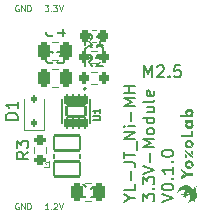
<source format=gbr>
%TF.GenerationSoftware,KiCad,Pcbnew,7.0.8*%
%TF.CreationDate,2024-11-10T19:07:09+09:00*%
%TF.ProjectId,Ni-MH_3.3V-Module,4e692d4d-485f-4332-9e33-562d4d6f6475,rev?*%
%TF.SameCoordinates,Original*%
%TF.FileFunction,Legend,Top*%
%TF.FilePolarity,Positive*%
%FSLAX46Y46*%
G04 Gerber Fmt 4.6, Leading zero omitted, Abs format (unit mm)*
G04 Created by KiCad (PCBNEW 7.0.8) date 2024-11-10 19:07:09*
%MOMM*%
%LPD*%
G01*
G04 APERTURE LIST*
G04 Aperture macros list*
%AMRoundRect*
0 Rectangle with rounded corners*
0 $1 Rounding radius*
0 $2 $3 $4 $5 $6 $7 $8 $9 X,Y pos of 4 corners*
0 Add a 4 corners polygon primitive as box body*
4,1,4,$2,$3,$4,$5,$6,$7,$8,$9,$2,$3,0*
0 Add four circle primitives for the rounded corners*
1,1,$1+$1,$2,$3*
1,1,$1+$1,$4,$5*
1,1,$1+$1,$6,$7*
1,1,$1+$1,$8,$9*
0 Add four rect primitives between the rounded corners*
20,1,$1+$1,$2,$3,$4,$5,0*
20,1,$1+$1,$4,$5,$6,$7,0*
20,1,$1+$1,$6,$7,$8,$9,0*
20,1,$1+$1,$8,$9,$2,$3,0*%
G04 Aperture macros list end*
%ADD10C,0.125000*%
%ADD11C,0.150000*%
%ADD12C,0.098425*%
%ADD13C,0.120000*%
%ADD14C,0.127000*%
%ADD15C,0.200000*%
%ADD16RoundRect,0.200000X-0.200000X-0.275000X0.200000X-0.275000X0.200000X0.275000X-0.200000X0.275000X0*%
%ADD17C,2.700000*%
%ADD18C,1.700000*%
%ADD19RoundRect,0.112500X0.112500X-0.187500X0.112500X0.187500X-0.112500X0.187500X-0.112500X-0.187500X0*%
%ADD20RoundRect,0.250000X0.250000X0.475000X-0.250000X0.475000X-0.250000X-0.475000X0.250000X-0.475000X0*%
%ADD21RoundRect,0.250000X-0.250000X-0.475000X0.250000X-0.475000X0.250000X0.475000X-0.250000X0.475000X0*%
%ADD22RoundRect,0.137000X-0.105000X0.335000X-0.105000X-0.335000X0.105000X-0.335000X0.105000X0.335000X0*%
%ADD23RoundRect,0.102000X-0.800000X0.450000X-0.800000X-0.450000X0.800000X-0.450000X0.800000X0.450000X0*%
%ADD24RoundRect,0.225000X0.225000X0.250000X-0.225000X0.250000X-0.225000X-0.250000X0.225000X-0.250000X0*%
%ADD25RoundRect,0.200000X0.275000X-0.200000X0.275000X0.200000X-0.275000X0.200000X-0.275000X-0.200000X0*%
%ADD26RoundRect,0.102000X1.110000X-0.620000X1.110000X0.620000X-1.110000X0.620000X-1.110000X-0.620000X0*%
G04 APERTURE END LIST*
D10*
X4019188Y-17712309D02*
X3733474Y-17712309D01*
X3876331Y-17712309D02*
X3876331Y-17212309D01*
X3876331Y-17212309D02*
X3828712Y-17283738D01*
X3828712Y-17283738D02*
X3781093Y-17331357D01*
X3781093Y-17331357D02*
X3733474Y-17355166D01*
X4233473Y-17664690D02*
X4257283Y-17688500D01*
X4257283Y-17688500D02*
X4233473Y-17712309D01*
X4233473Y-17712309D02*
X4209664Y-17688500D01*
X4209664Y-17688500D02*
X4233473Y-17664690D01*
X4233473Y-17664690D02*
X4233473Y-17712309D01*
X4447759Y-17259928D02*
X4471568Y-17236119D01*
X4471568Y-17236119D02*
X4519187Y-17212309D01*
X4519187Y-17212309D02*
X4638235Y-17212309D01*
X4638235Y-17212309D02*
X4685854Y-17236119D01*
X4685854Y-17236119D02*
X4709663Y-17259928D01*
X4709663Y-17259928D02*
X4733473Y-17307547D01*
X4733473Y-17307547D02*
X4733473Y-17355166D01*
X4733473Y-17355166D02*
X4709663Y-17426595D01*
X4709663Y-17426595D02*
X4423949Y-17712309D01*
X4423949Y-17712309D02*
X4733473Y-17712309D01*
X4876330Y-17212309D02*
X5042996Y-17712309D01*
X5042996Y-17712309D02*
X5209663Y-17212309D01*
X1479188Y-472119D02*
X1431569Y-448309D01*
X1431569Y-448309D02*
X1360140Y-448309D01*
X1360140Y-448309D02*
X1288712Y-472119D01*
X1288712Y-472119D02*
X1241093Y-519738D01*
X1241093Y-519738D02*
X1217283Y-567357D01*
X1217283Y-567357D02*
X1193474Y-662595D01*
X1193474Y-662595D02*
X1193474Y-734023D01*
X1193474Y-734023D02*
X1217283Y-829261D01*
X1217283Y-829261D02*
X1241093Y-876880D01*
X1241093Y-876880D02*
X1288712Y-924500D01*
X1288712Y-924500D02*
X1360140Y-948309D01*
X1360140Y-948309D02*
X1407759Y-948309D01*
X1407759Y-948309D02*
X1479188Y-924500D01*
X1479188Y-924500D02*
X1502997Y-900690D01*
X1502997Y-900690D02*
X1502997Y-734023D01*
X1502997Y-734023D02*
X1407759Y-734023D01*
X1717283Y-948309D02*
X1717283Y-448309D01*
X1717283Y-448309D02*
X2002997Y-948309D01*
X2002997Y-948309D02*
X2002997Y-448309D01*
X2241093Y-948309D02*
X2241093Y-448309D01*
X2241093Y-448309D02*
X2360141Y-448309D01*
X2360141Y-448309D02*
X2431569Y-472119D01*
X2431569Y-472119D02*
X2479188Y-519738D01*
X2479188Y-519738D02*
X2502998Y-567357D01*
X2502998Y-567357D02*
X2526807Y-662595D01*
X2526807Y-662595D02*
X2526807Y-734023D01*
X2526807Y-734023D02*
X2502998Y-829261D01*
X2502998Y-829261D02*
X2479188Y-876880D01*
X2479188Y-876880D02*
X2431569Y-924500D01*
X2431569Y-924500D02*
X2360141Y-948309D01*
X2360141Y-948309D02*
X2241093Y-948309D01*
X1479188Y-17236119D02*
X1431569Y-17212309D01*
X1431569Y-17212309D02*
X1360140Y-17212309D01*
X1360140Y-17212309D02*
X1288712Y-17236119D01*
X1288712Y-17236119D02*
X1241093Y-17283738D01*
X1241093Y-17283738D02*
X1217283Y-17331357D01*
X1217283Y-17331357D02*
X1193474Y-17426595D01*
X1193474Y-17426595D02*
X1193474Y-17498023D01*
X1193474Y-17498023D02*
X1217283Y-17593261D01*
X1217283Y-17593261D02*
X1241093Y-17640880D01*
X1241093Y-17640880D02*
X1288712Y-17688500D01*
X1288712Y-17688500D02*
X1360140Y-17712309D01*
X1360140Y-17712309D02*
X1407759Y-17712309D01*
X1407759Y-17712309D02*
X1479188Y-17688500D01*
X1479188Y-17688500D02*
X1502997Y-17664690D01*
X1502997Y-17664690D02*
X1502997Y-17498023D01*
X1502997Y-17498023D02*
X1407759Y-17498023D01*
X1717283Y-17712309D02*
X1717283Y-17212309D01*
X1717283Y-17212309D02*
X2002997Y-17712309D01*
X2002997Y-17712309D02*
X2002997Y-17212309D01*
X2241093Y-17712309D02*
X2241093Y-17212309D01*
X2241093Y-17212309D02*
X2360141Y-17212309D01*
X2360141Y-17212309D02*
X2431569Y-17236119D01*
X2431569Y-17236119D02*
X2479188Y-17283738D01*
X2479188Y-17283738D02*
X2502998Y-17331357D01*
X2502998Y-17331357D02*
X2526807Y-17426595D01*
X2526807Y-17426595D02*
X2526807Y-17498023D01*
X2526807Y-17498023D02*
X2502998Y-17593261D01*
X2502998Y-17593261D02*
X2479188Y-17640880D01*
X2479188Y-17640880D02*
X2431569Y-17688500D01*
X2431569Y-17688500D02*
X2360141Y-17712309D01*
X2360141Y-17712309D02*
X2241093Y-17712309D01*
D11*
X10905628Y-16744744D02*
X11381819Y-16744744D01*
X10381819Y-17078077D02*
X10905628Y-16744744D01*
X10905628Y-16744744D02*
X10381819Y-16411411D01*
X11381819Y-15601887D02*
X11381819Y-16078077D01*
X11381819Y-16078077D02*
X10381819Y-16078077D01*
X11000866Y-15268553D02*
X11000866Y-14506649D01*
X10381819Y-13744744D02*
X11096104Y-13744744D01*
X11096104Y-13744744D02*
X11238961Y-13792363D01*
X11238961Y-13792363D02*
X11334200Y-13887601D01*
X11334200Y-13887601D02*
X11381819Y-14030458D01*
X11381819Y-14030458D02*
X11381819Y-14125696D01*
X10381819Y-13411410D02*
X10381819Y-12839982D01*
X11381819Y-13125696D02*
X10381819Y-13125696D01*
X11477057Y-12744744D02*
X11477057Y-11982839D01*
X11381819Y-11744743D02*
X10381819Y-11744743D01*
X10381819Y-11744743D02*
X11381819Y-11173315D01*
X11381819Y-11173315D02*
X10381819Y-11173315D01*
X11381819Y-10697124D02*
X10715152Y-10697124D01*
X10381819Y-10697124D02*
X10429438Y-10744743D01*
X10429438Y-10744743D02*
X10477057Y-10697124D01*
X10477057Y-10697124D02*
X10429438Y-10649505D01*
X10429438Y-10649505D02*
X10381819Y-10697124D01*
X10381819Y-10697124D02*
X10477057Y-10697124D01*
X11000866Y-10220934D02*
X11000866Y-9459030D01*
X11381819Y-8982839D02*
X10381819Y-8982839D01*
X10381819Y-8982839D02*
X11096104Y-8649506D01*
X11096104Y-8649506D02*
X10381819Y-8316173D01*
X10381819Y-8316173D02*
X11381819Y-8316173D01*
X11381819Y-7839982D02*
X10381819Y-7839982D01*
X10858009Y-7839982D02*
X10858009Y-7268554D01*
X11381819Y-7268554D02*
X10381819Y-7268554D01*
X11991819Y-17030458D02*
X11991819Y-16411411D01*
X11991819Y-16411411D02*
X12372771Y-16744744D01*
X12372771Y-16744744D02*
X12372771Y-16601887D01*
X12372771Y-16601887D02*
X12420390Y-16506649D01*
X12420390Y-16506649D02*
X12468009Y-16459030D01*
X12468009Y-16459030D02*
X12563247Y-16411411D01*
X12563247Y-16411411D02*
X12801342Y-16411411D01*
X12801342Y-16411411D02*
X12896580Y-16459030D01*
X12896580Y-16459030D02*
X12944200Y-16506649D01*
X12944200Y-16506649D02*
X12991819Y-16601887D01*
X12991819Y-16601887D02*
X12991819Y-16887601D01*
X12991819Y-16887601D02*
X12944200Y-16982839D01*
X12944200Y-16982839D02*
X12896580Y-17030458D01*
X12896580Y-15982839D02*
X12944200Y-15935220D01*
X12944200Y-15935220D02*
X12991819Y-15982839D01*
X12991819Y-15982839D02*
X12944200Y-16030458D01*
X12944200Y-16030458D02*
X12896580Y-15982839D01*
X12896580Y-15982839D02*
X12991819Y-15982839D01*
X11991819Y-15601887D02*
X11991819Y-14982840D01*
X11991819Y-14982840D02*
X12372771Y-15316173D01*
X12372771Y-15316173D02*
X12372771Y-15173316D01*
X12372771Y-15173316D02*
X12420390Y-15078078D01*
X12420390Y-15078078D02*
X12468009Y-15030459D01*
X12468009Y-15030459D02*
X12563247Y-14982840D01*
X12563247Y-14982840D02*
X12801342Y-14982840D01*
X12801342Y-14982840D02*
X12896580Y-15030459D01*
X12896580Y-15030459D02*
X12944200Y-15078078D01*
X12944200Y-15078078D02*
X12991819Y-15173316D01*
X12991819Y-15173316D02*
X12991819Y-15459030D01*
X12991819Y-15459030D02*
X12944200Y-15554268D01*
X12944200Y-15554268D02*
X12896580Y-15601887D01*
X11991819Y-14697125D02*
X12991819Y-14363792D01*
X12991819Y-14363792D02*
X11991819Y-14030459D01*
X12610866Y-13697125D02*
X12610866Y-12935221D01*
X12991819Y-12459030D02*
X11991819Y-12459030D01*
X11991819Y-12459030D02*
X12706104Y-12125697D01*
X12706104Y-12125697D02*
X11991819Y-11792364D01*
X11991819Y-11792364D02*
X12991819Y-11792364D01*
X12991819Y-11173316D02*
X12944200Y-11268554D01*
X12944200Y-11268554D02*
X12896580Y-11316173D01*
X12896580Y-11316173D02*
X12801342Y-11363792D01*
X12801342Y-11363792D02*
X12515628Y-11363792D01*
X12515628Y-11363792D02*
X12420390Y-11316173D01*
X12420390Y-11316173D02*
X12372771Y-11268554D01*
X12372771Y-11268554D02*
X12325152Y-11173316D01*
X12325152Y-11173316D02*
X12325152Y-11030459D01*
X12325152Y-11030459D02*
X12372771Y-10935221D01*
X12372771Y-10935221D02*
X12420390Y-10887602D01*
X12420390Y-10887602D02*
X12515628Y-10839983D01*
X12515628Y-10839983D02*
X12801342Y-10839983D01*
X12801342Y-10839983D02*
X12896580Y-10887602D01*
X12896580Y-10887602D02*
X12944200Y-10935221D01*
X12944200Y-10935221D02*
X12991819Y-11030459D01*
X12991819Y-11030459D02*
X12991819Y-11173316D01*
X12991819Y-9982840D02*
X11991819Y-9982840D01*
X12944200Y-9982840D02*
X12991819Y-10078078D01*
X12991819Y-10078078D02*
X12991819Y-10268554D01*
X12991819Y-10268554D02*
X12944200Y-10363792D01*
X12944200Y-10363792D02*
X12896580Y-10411411D01*
X12896580Y-10411411D02*
X12801342Y-10459030D01*
X12801342Y-10459030D02*
X12515628Y-10459030D01*
X12515628Y-10459030D02*
X12420390Y-10411411D01*
X12420390Y-10411411D02*
X12372771Y-10363792D01*
X12372771Y-10363792D02*
X12325152Y-10268554D01*
X12325152Y-10268554D02*
X12325152Y-10078078D01*
X12325152Y-10078078D02*
X12372771Y-9982840D01*
X12325152Y-9078078D02*
X12991819Y-9078078D01*
X12325152Y-9506649D02*
X12848961Y-9506649D01*
X12848961Y-9506649D02*
X12944200Y-9459030D01*
X12944200Y-9459030D02*
X12991819Y-9363792D01*
X12991819Y-9363792D02*
X12991819Y-9220935D01*
X12991819Y-9220935D02*
X12944200Y-9125697D01*
X12944200Y-9125697D02*
X12896580Y-9078078D01*
X12991819Y-8459030D02*
X12944200Y-8554268D01*
X12944200Y-8554268D02*
X12848961Y-8601887D01*
X12848961Y-8601887D02*
X11991819Y-8601887D01*
X12944200Y-7697125D02*
X12991819Y-7792363D01*
X12991819Y-7792363D02*
X12991819Y-7982839D01*
X12991819Y-7982839D02*
X12944200Y-8078077D01*
X12944200Y-8078077D02*
X12848961Y-8125696D01*
X12848961Y-8125696D02*
X12468009Y-8125696D01*
X12468009Y-8125696D02*
X12372771Y-8078077D01*
X12372771Y-8078077D02*
X12325152Y-7982839D01*
X12325152Y-7982839D02*
X12325152Y-7792363D01*
X12325152Y-7792363D02*
X12372771Y-7697125D01*
X12372771Y-7697125D02*
X12468009Y-7649506D01*
X12468009Y-7649506D02*
X12563247Y-7649506D01*
X12563247Y-7649506D02*
X12658485Y-8125696D01*
X13601819Y-17078077D02*
X14601819Y-16744744D01*
X14601819Y-16744744D02*
X13601819Y-16411411D01*
X13601819Y-15887601D02*
X13601819Y-15792363D01*
X13601819Y-15792363D02*
X13649438Y-15697125D01*
X13649438Y-15697125D02*
X13697057Y-15649506D01*
X13697057Y-15649506D02*
X13792295Y-15601887D01*
X13792295Y-15601887D02*
X13982771Y-15554268D01*
X13982771Y-15554268D02*
X14220866Y-15554268D01*
X14220866Y-15554268D02*
X14411342Y-15601887D01*
X14411342Y-15601887D02*
X14506580Y-15649506D01*
X14506580Y-15649506D02*
X14554200Y-15697125D01*
X14554200Y-15697125D02*
X14601819Y-15792363D01*
X14601819Y-15792363D02*
X14601819Y-15887601D01*
X14601819Y-15887601D02*
X14554200Y-15982839D01*
X14554200Y-15982839D02*
X14506580Y-16030458D01*
X14506580Y-16030458D02*
X14411342Y-16078077D01*
X14411342Y-16078077D02*
X14220866Y-16125696D01*
X14220866Y-16125696D02*
X13982771Y-16125696D01*
X13982771Y-16125696D02*
X13792295Y-16078077D01*
X13792295Y-16078077D02*
X13697057Y-16030458D01*
X13697057Y-16030458D02*
X13649438Y-15982839D01*
X13649438Y-15982839D02*
X13601819Y-15887601D01*
X14506580Y-15125696D02*
X14554200Y-15078077D01*
X14554200Y-15078077D02*
X14601819Y-15125696D01*
X14601819Y-15125696D02*
X14554200Y-15173315D01*
X14554200Y-15173315D02*
X14506580Y-15125696D01*
X14506580Y-15125696D02*
X14601819Y-15125696D01*
X14601819Y-14125697D02*
X14601819Y-14697125D01*
X14601819Y-14411411D02*
X13601819Y-14411411D01*
X13601819Y-14411411D02*
X13744676Y-14506649D01*
X13744676Y-14506649D02*
X13839914Y-14601887D01*
X13839914Y-14601887D02*
X13887533Y-14697125D01*
X14506580Y-13697125D02*
X14554200Y-13649506D01*
X14554200Y-13649506D02*
X14601819Y-13697125D01*
X14601819Y-13697125D02*
X14554200Y-13744744D01*
X14554200Y-13744744D02*
X14506580Y-13697125D01*
X14506580Y-13697125D02*
X14601819Y-13697125D01*
X13601819Y-13030459D02*
X13601819Y-12935221D01*
X13601819Y-12935221D02*
X13649438Y-12839983D01*
X13649438Y-12839983D02*
X13697057Y-12792364D01*
X13697057Y-12792364D02*
X13792295Y-12744745D01*
X13792295Y-12744745D02*
X13982771Y-12697126D01*
X13982771Y-12697126D02*
X14220866Y-12697126D01*
X14220866Y-12697126D02*
X14411342Y-12744745D01*
X14411342Y-12744745D02*
X14506580Y-12792364D01*
X14506580Y-12792364D02*
X14554200Y-12839983D01*
X14554200Y-12839983D02*
X14601819Y-12935221D01*
X14601819Y-12935221D02*
X14601819Y-13030459D01*
X14601819Y-13030459D02*
X14554200Y-13125697D01*
X14554200Y-13125697D02*
X14506580Y-13173316D01*
X14506580Y-13173316D02*
X14411342Y-13220935D01*
X14411342Y-13220935D02*
X14220866Y-13268554D01*
X14220866Y-13268554D02*
X13982771Y-13268554D01*
X13982771Y-13268554D02*
X13792295Y-13220935D01*
X13792295Y-13220935D02*
X13697057Y-13173316D01*
X13697057Y-13173316D02*
X13649438Y-13125697D01*
X13649438Y-13125697D02*
X13601819Y-13030459D01*
D10*
X3709664Y-448309D02*
X4019188Y-448309D01*
X4019188Y-448309D02*
X3852521Y-638785D01*
X3852521Y-638785D02*
X3923950Y-638785D01*
X3923950Y-638785D02*
X3971569Y-662595D01*
X3971569Y-662595D02*
X3995378Y-686404D01*
X3995378Y-686404D02*
X4019188Y-734023D01*
X4019188Y-734023D02*
X4019188Y-853071D01*
X4019188Y-853071D02*
X3995378Y-900690D01*
X3995378Y-900690D02*
X3971569Y-924500D01*
X3971569Y-924500D02*
X3923950Y-948309D01*
X3923950Y-948309D02*
X3781093Y-948309D01*
X3781093Y-948309D02*
X3733474Y-924500D01*
X3733474Y-924500D02*
X3709664Y-900690D01*
X4233473Y-900690D02*
X4257283Y-924500D01*
X4257283Y-924500D02*
X4233473Y-948309D01*
X4233473Y-948309D02*
X4209664Y-924500D01*
X4209664Y-924500D02*
X4233473Y-900690D01*
X4233473Y-900690D02*
X4233473Y-948309D01*
X4423949Y-448309D02*
X4733473Y-448309D01*
X4733473Y-448309D02*
X4566806Y-638785D01*
X4566806Y-638785D02*
X4638235Y-638785D01*
X4638235Y-638785D02*
X4685854Y-662595D01*
X4685854Y-662595D02*
X4709663Y-686404D01*
X4709663Y-686404D02*
X4733473Y-734023D01*
X4733473Y-734023D02*
X4733473Y-853071D01*
X4733473Y-853071D02*
X4709663Y-900690D01*
X4709663Y-900690D02*
X4685854Y-924500D01*
X4685854Y-924500D02*
X4638235Y-948309D01*
X4638235Y-948309D02*
X4495378Y-948309D01*
X4495378Y-948309D02*
X4447759Y-924500D01*
X4447759Y-924500D02*
X4423949Y-900690D01*
X4876330Y-448309D02*
X5042996Y-948309D01*
X5042996Y-948309D02*
X5209663Y-448309D01*
D11*
X7707333Y-5628819D02*
X7374000Y-5152628D01*
X7135905Y-5628819D02*
X7135905Y-4628819D01*
X7135905Y-4628819D02*
X7516857Y-4628819D01*
X7516857Y-4628819D02*
X7612095Y-4676438D01*
X7612095Y-4676438D02*
X7659714Y-4724057D01*
X7659714Y-4724057D02*
X7707333Y-4819295D01*
X7707333Y-4819295D02*
X7707333Y-4962152D01*
X7707333Y-4962152D02*
X7659714Y-5057390D01*
X7659714Y-5057390D02*
X7612095Y-5105009D01*
X7612095Y-5105009D02*
X7516857Y-5152628D01*
X7516857Y-5152628D02*
X7135905Y-5152628D01*
X8088286Y-4724057D02*
X8135905Y-4676438D01*
X8135905Y-4676438D02*
X8231143Y-4628819D01*
X8231143Y-4628819D02*
X8469238Y-4628819D01*
X8469238Y-4628819D02*
X8564476Y-4676438D01*
X8564476Y-4676438D02*
X8612095Y-4724057D01*
X8612095Y-4724057D02*
X8659714Y-4819295D01*
X8659714Y-4819295D02*
X8659714Y-4914533D01*
X8659714Y-4914533D02*
X8612095Y-5057390D01*
X8612095Y-5057390D02*
X8040667Y-5628819D01*
X8040667Y-5628819D02*
X8659714Y-5628819D01*
X12126191Y-6550819D02*
X12126191Y-5550819D01*
X12126191Y-5550819D02*
X12459524Y-6265104D01*
X12459524Y-6265104D02*
X12792857Y-5550819D01*
X12792857Y-5550819D02*
X12792857Y-6550819D01*
X13221429Y-5646057D02*
X13269048Y-5598438D01*
X13269048Y-5598438D02*
X13364286Y-5550819D01*
X13364286Y-5550819D02*
X13602381Y-5550819D01*
X13602381Y-5550819D02*
X13697619Y-5598438D01*
X13697619Y-5598438D02*
X13745238Y-5646057D01*
X13745238Y-5646057D02*
X13792857Y-5741295D01*
X13792857Y-5741295D02*
X13792857Y-5836533D01*
X13792857Y-5836533D02*
X13745238Y-5979390D01*
X13745238Y-5979390D02*
X13173810Y-6550819D01*
X13173810Y-6550819D02*
X13792857Y-6550819D01*
X14221429Y-6455580D02*
X14269048Y-6503200D01*
X14269048Y-6503200D02*
X14221429Y-6550819D01*
X14221429Y-6550819D02*
X14173810Y-6503200D01*
X14173810Y-6503200D02*
X14221429Y-6455580D01*
X14221429Y-6455580D02*
X14221429Y-6550819D01*
X15173809Y-5550819D02*
X14697619Y-5550819D01*
X14697619Y-5550819D02*
X14650000Y-6027009D01*
X14650000Y-6027009D02*
X14697619Y-5979390D01*
X14697619Y-5979390D02*
X14792857Y-5931771D01*
X14792857Y-5931771D02*
X15030952Y-5931771D01*
X15030952Y-5931771D02*
X15126190Y-5979390D01*
X15126190Y-5979390D02*
X15173809Y-6027009D01*
X15173809Y-6027009D02*
X15221428Y-6122247D01*
X15221428Y-6122247D02*
X15221428Y-6360342D01*
X15221428Y-6360342D02*
X15173809Y-6455580D01*
X15173809Y-6455580D02*
X15126190Y-6503200D01*
X15126190Y-6503200D02*
X15030952Y-6550819D01*
X15030952Y-6550819D02*
X14792857Y-6550819D01*
X14792857Y-6550819D02*
X14697619Y-6503200D01*
X14697619Y-6503200D02*
X14650000Y-6455580D01*
X1398819Y-10136094D02*
X398819Y-10136094D01*
X398819Y-10136094D02*
X398819Y-9897999D01*
X398819Y-9897999D02*
X446438Y-9755142D01*
X446438Y-9755142D02*
X541676Y-9659904D01*
X541676Y-9659904D02*
X636914Y-9612285D01*
X636914Y-9612285D02*
X827390Y-9564666D01*
X827390Y-9564666D02*
X970247Y-9564666D01*
X970247Y-9564666D02*
X1160723Y-9612285D01*
X1160723Y-9612285D02*
X1255961Y-9659904D01*
X1255961Y-9659904D02*
X1351200Y-9755142D01*
X1351200Y-9755142D02*
X1398819Y-9897999D01*
X1398819Y-9897999D02*
X1398819Y-10136094D01*
X1398819Y-8612285D02*
X1398819Y-9183713D01*
X1398819Y-8897999D02*
X398819Y-8897999D01*
X398819Y-8897999D02*
X541676Y-8993237D01*
X541676Y-8993237D02*
X636914Y-9088475D01*
X636914Y-9088475D02*
X684533Y-9183713D01*
X7199333Y-16615580D02*
X7151714Y-16663200D01*
X7151714Y-16663200D02*
X7008857Y-16710819D01*
X7008857Y-16710819D02*
X6913619Y-16710819D01*
X6913619Y-16710819D02*
X6770762Y-16663200D01*
X6770762Y-16663200D02*
X6675524Y-16567961D01*
X6675524Y-16567961D02*
X6627905Y-16472723D01*
X6627905Y-16472723D02*
X6580286Y-16282247D01*
X6580286Y-16282247D02*
X6580286Y-16139390D01*
X6580286Y-16139390D02*
X6627905Y-15948914D01*
X6627905Y-15948914D02*
X6675524Y-15853676D01*
X6675524Y-15853676D02*
X6770762Y-15758438D01*
X6770762Y-15758438D02*
X6913619Y-15710819D01*
X6913619Y-15710819D02*
X7008857Y-15710819D01*
X7008857Y-15710819D02*
X7151714Y-15758438D01*
X7151714Y-15758438D02*
X7199333Y-15806057D01*
X8151714Y-16710819D02*
X7580286Y-16710819D01*
X7866000Y-16710819D02*
X7866000Y-15710819D01*
X7866000Y-15710819D02*
X7770762Y-15853676D01*
X7770762Y-15853676D02*
X7675524Y-15948914D01*
X7675524Y-15948914D02*
X7580286Y-15996533D01*
X4405333Y-2997580D02*
X4357714Y-3045200D01*
X4357714Y-3045200D02*
X4214857Y-3092819D01*
X4214857Y-3092819D02*
X4119619Y-3092819D01*
X4119619Y-3092819D02*
X3976762Y-3045200D01*
X3976762Y-3045200D02*
X3881524Y-2949961D01*
X3881524Y-2949961D02*
X3833905Y-2854723D01*
X3833905Y-2854723D02*
X3786286Y-2664247D01*
X3786286Y-2664247D02*
X3786286Y-2521390D01*
X3786286Y-2521390D02*
X3833905Y-2330914D01*
X3833905Y-2330914D02*
X3881524Y-2235676D01*
X3881524Y-2235676D02*
X3976762Y-2140438D01*
X3976762Y-2140438D02*
X4119619Y-2092819D01*
X4119619Y-2092819D02*
X4214857Y-2092819D01*
X4214857Y-2092819D02*
X4357714Y-2140438D01*
X4357714Y-2140438D02*
X4405333Y-2188057D01*
X5262476Y-2426152D02*
X5262476Y-3092819D01*
X5024381Y-2045200D02*
X4786286Y-2759485D01*
X4786286Y-2759485D02*
X5405333Y-2759485D01*
X7779676Y-10208619D02*
X8297771Y-10208619D01*
X8297771Y-10208619D02*
X8358723Y-10178142D01*
X8358723Y-10178142D02*
X8389200Y-10147666D01*
X8389200Y-10147666D02*
X8419676Y-10086714D01*
X8419676Y-10086714D02*
X8419676Y-9964809D01*
X8419676Y-9964809D02*
X8389200Y-9903857D01*
X8389200Y-9903857D02*
X8358723Y-9873380D01*
X8358723Y-9873380D02*
X8297771Y-9842904D01*
X8297771Y-9842904D02*
X7779676Y-9842904D01*
X8419676Y-9202904D02*
X8419676Y-9568619D01*
X8419676Y-9385762D02*
X7779676Y-9385762D01*
X7779676Y-9385762D02*
X7871104Y-9446714D01*
X7871104Y-9446714D02*
X7932057Y-9507666D01*
X7932057Y-9507666D02*
X7962533Y-9568619D01*
X7707333Y-4837580D02*
X7659714Y-4885200D01*
X7659714Y-4885200D02*
X7516857Y-4932819D01*
X7516857Y-4932819D02*
X7421619Y-4932819D01*
X7421619Y-4932819D02*
X7278762Y-4885200D01*
X7278762Y-4885200D02*
X7183524Y-4789961D01*
X7183524Y-4789961D02*
X7135905Y-4694723D01*
X7135905Y-4694723D02*
X7088286Y-4504247D01*
X7088286Y-4504247D02*
X7088286Y-4361390D01*
X7088286Y-4361390D02*
X7135905Y-4170914D01*
X7135905Y-4170914D02*
X7183524Y-4075676D01*
X7183524Y-4075676D02*
X7278762Y-3980438D01*
X7278762Y-3980438D02*
X7421619Y-3932819D01*
X7421619Y-3932819D02*
X7516857Y-3932819D01*
X7516857Y-3932819D02*
X7659714Y-3980438D01*
X7659714Y-3980438D02*
X7707333Y-4028057D01*
X8088286Y-4028057D02*
X8135905Y-3980438D01*
X8135905Y-3980438D02*
X8231143Y-3932819D01*
X8231143Y-3932819D02*
X8469238Y-3932819D01*
X8469238Y-3932819D02*
X8564476Y-3980438D01*
X8564476Y-3980438D02*
X8612095Y-4028057D01*
X8612095Y-4028057D02*
X8659714Y-4123295D01*
X8659714Y-4123295D02*
X8659714Y-4218533D01*
X8659714Y-4218533D02*
X8612095Y-4361390D01*
X8612095Y-4361390D02*
X8040667Y-4932819D01*
X8040667Y-4932819D02*
X8659714Y-4932819D01*
X4405333Y-5283580D02*
X4357714Y-5331200D01*
X4357714Y-5331200D02*
X4214857Y-5378819D01*
X4214857Y-5378819D02*
X4119619Y-5378819D01*
X4119619Y-5378819D02*
X3976762Y-5331200D01*
X3976762Y-5331200D02*
X3881524Y-5235961D01*
X3881524Y-5235961D02*
X3833905Y-5140723D01*
X3833905Y-5140723D02*
X3786286Y-4950247D01*
X3786286Y-4950247D02*
X3786286Y-4807390D01*
X3786286Y-4807390D02*
X3833905Y-4616914D01*
X3833905Y-4616914D02*
X3881524Y-4521676D01*
X3881524Y-4521676D02*
X3976762Y-4426438D01*
X3976762Y-4426438D02*
X4119619Y-4378819D01*
X4119619Y-4378819D02*
X4214857Y-4378819D01*
X4214857Y-4378819D02*
X4357714Y-4426438D01*
X4357714Y-4426438D02*
X4405333Y-4474057D01*
X4738667Y-4378819D02*
X5357714Y-4378819D01*
X5357714Y-4378819D02*
X5024381Y-4759771D01*
X5024381Y-4759771D02*
X5167238Y-4759771D01*
X5167238Y-4759771D02*
X5262476Y-4807390D01*
X5262476Y-4807390D02*
X5310095Y-4855009D01*
X5310095Y-4855009D02*
X5357714Y-4950247D01*
X5357714Y-4950247D02*
X5357714Y-5188342D01*
X5357714Y-5188342D02*
X5310095Y-5283580D01*
X5310095Y-5283580D02*
X5262476Y-5331200D01*
X5262476Y-5331200D02*
X5167238Y-5378819D01*
X5167238Y-5378819D02*
X4881524Y-5378819D01*
X4881524Y-5378819D02*
X4786286Y-5331200D01*
X4786286Y-5331200D02*
X4738667Y-5283580D01*
X7707333Y-3850819D02*
X7374000Y-3374628D01*
X7135905Y-3850819D02*
X7135905Y-2850819D01*
X7135905Y-2850819D02*
X7516857Y-2850819D01*
X7516857Y-2850819D02*
X7612095Y-2898438D01*
X7612095Y-2898438D02*
X7659714Y-2946057D01*
X7659714Y-2946057D02*
X7707333Y-3041295D01*
X7707333Y-3041295D02*
X7707333Y-3184152D01*
X7707333Y-3184152D02*
X7659714Y-3279390D01*
X7659714Y-3279390D02*
X7612095Y-3327009D01*
X7612095Y-3327009D02*
X7516857Y-3374628D01*
X7516857Y-3374628D02*
X7135905Y-3374628D01*
X8659714Y-3850819D02*
X8088286Y-3850819D01*
X8374000Y-3850819D02*
X8374000Y-2850819D01*
X8374000Y-2850819D02*
X8278762Y-2993676D01*
X8278762Y-2993676D02*
X8183524Y-3088914D01*
X8183524Y-3088914D02*
X8088286Y-3136533D01*
X2326819Y-12866666D02*
X1850628Y-13199999D01*
X2326819Y-13438094D02*
X1326819Y-13438094D01*
X1326819Y-13438094D02*
X1326819Y-13057142D01*
X1326819Y-13057142D02*
X1374438Y-12961904D01*
X1374438Y-12961904D02*
X1422057Y-12914285D01*
X1422057Y-12914285D02*
X1517295Y-12866666D01*
X1517295Y-12866666D02*
X1660152Y-12866666D01*
X1660152Y-12866666D02*
X1755390Y-12914285D01*
X1755390Y-12914285D02*
X1803009Y-12961904D01*
X1803009Y-12961904D02*
X1850628Y-13057142D01*
X1850628Y-13057142D02*
X1850628Y-13438094D01*
X1326819Y-12533332D02*
X1326819Y-11914285D01*
X1326819Y-11914285D02*
X1707771Y-12247618D01*
X1707771Y-12247618D02*
X1707771Y-12104761D01*
X1707771Y-12104761D02*
X1755390Y-12009523D01*
X1755390Y-12009523D02*
X1803009Y-11961904D01*
X1803009Y-11961904D02*
X1898247Y-11914285D01*
X1898247Y-11914285D02*
X2136342Y-11914285D01*
X2136342Y-11914285D02*
X2231580Y-11961904D01*
X2231580Y-11961904D02*
X2279200Y-12009523D01*
X2279200Y-12009523D02*
X2326819Y-12104761D01*
X2326819Y-12104761D02*
X2326819Y-12390475D01*
X2326819Y-12390475D02*
X2279200Y-12485713D01*
X2279200Y-12485713D02*
X2231580Y-12533332D01*
D12*
X4065014Y-13983616D02*
X4065014Y-14171092D01*
X4065014Y-14171092D02*
X3671313Y-14171092D01*
X4065014Y-13646158D02*
X4065014Y-13871130D01*
X4065014Y-13758644D02*
X3671313Y-13758644D01*
X3671313Y-13758644D02*
X3727556Y-13796139D01*
X3727556Y-13796139D02*
X3765052Y-13833635D01*
X3765052Y-13833635D02*
X3783799Y-13871130D01*
D13*
%TO.C,R2*%
X7636742Y-6081500D02*
X8111258Y-6081500D01*
X7636742Y-7126500D02*
X8111258Y-7126500D01*
%TO.C,D1*%
X1944000Y-11008000D02*
X3644000Y-11008000D01*
X1944000Y-11008000D02*
X1944000Y-8348000D01*
X3644000Y-11008000D02*
X3644000Y-8348000D01*
%TO.C,G\u002A\u002A\u002A*%
G36*
X16288141Y-11354667D02*
G01*
X16288141Y-11628000D01*
X15748000Y-11628000D01*
X15207858Y-11628000D01*
X15207858Y-11511334D01*
X15207858Y-11394667D01*
X15631302Y-11394667D01*
X16054747Y-11394667D01*
X16054747Y-11238000D01*
X16054747Y-11081334D01*
X16171444Y-11081334D01*
X16288141Y-11081334D01*
X16288141Y-11354667D01*
G37*
G36*
X16288141Y-12958112D02*
G01*
X16288141Y-13154891D01*
X16213122Y-13100312D01*
X16183660Y-13078838D01*
X16156189Y-13058742D01*
X16133466Y-13042047D01*
X16118251Y-13030775D01*
X16116430Y-13029409D01*
X16094757Y-13013085D01*
X16094757Y-12887209D01*
X16094757Y-12761334D01*
X16191449Y-12761334D01*
X16288141Y-12761334D01*
X16288141Y-12958112D01*
G37*
G36*
X16558774Y-15760242D02*
G01*
X16570741Y-15768948D01*
X16584917Y-15788273D01*
X16592491Y-15813125D01*
X16592326Y-15837926D01*
X16587555Y-15851334D01*
X16572173Y-15870306D01*
X16551638Y-15879551D01*
X16531163Y-15881334D01*
X16501048Y-15876936D01*
X16480776Y-15863586D01*
X16470100Y-15841048D01*
X16468189Y-15821589D01*
X16471730Y-15791612D01*
X16483206Y-15771654D01*
X16503894Y-15760178D01*
X16522246Y-15756610D01*
X16543690Y-15755737D01*
X16558774Y-15760242D01*
G37*
G36*
X15590714Y-12979336D02*
G01*
X15599120Y-12984933D01*
X15616232Y-12996937D01*
X15639990Y-13013883D01*
X15668334Y-13034306D01*
X15687211Y-13048000D01*
X15774284Y-13111334D01*
X15774479Y-13239667D01*
X15774673Y-13368000D01*
X15677981Y-13368000D01*
X15581289Y-13368000D01*
X15581289Y-13171003D01*
X15581367Y-13113896D01*
X15581641Y-13068837D01*
X15582175Y-13034539D01*
X15583032Y-13009718D01*
X15584276Y-12993087D01*
X15585969Y-12983361D01*
X15588175Y-12979255D01*
X15590714Y-12979336D01*
G37*
G36*
X15239533Y-14312503D02*
G01*
X15251806Y-14319738D01*
X15274184Y-14333040D01*
X15305335Y-14351614D01*
X15343929Y-14374665D01*
X15388636Y-14401397D01*
X15438124Y-14431016D01*
X15491064Y-14462726D01*
X15530088Y-14486117D01*
X15788969Y-14641334D01*
X16038555Y-14641334D01*
X16288141Y-14641334D01*
X16288141Y-14754667D01*
X16288141Y-14868000D01*
X16035713Y-14868000D01*
X15783285Y-14868000D01*
X15495571Y-14693098D01*
X15207858Y-14518196D01*
X15207858Y-14406151D01*
X15207858Y-14294105D01*
X15239533Y-14312503D01*
G37*
G36*
X15592642Y-12711823D02*
G01*
X15608650Y-12722851D01*
X15633595Y-12740429D01*
X15666559Y-12763899D01*
X15706627Y-12792603D01*
X15752881Y-12825885D01*
X15804405Y-12863086D01*
X15860282Y-12903550D01*
X15919595Y-12946620D01*
X15938247Y-12960187D01*
X16284807Y-13212374D01*
X16286647Y-13317467D01*
X16286930Y-13352976D01*
X16286523Y-13383068D01*
X16285507Y-13405561D01*
X16283965Y-13418272D01*
X16282770Y-13420280D01*
X16276523Y-13416059D01*
X16260419Y-13404643D01*
X16235373Y-13386697D01*
X16202305Y-13362882D01*
X16162131Y-13333863D01*
X16115768Y-13300301D01*
X16064135Y-13262860D01*
X16008148Y-13222203D01*
X15948726Y-13178993D01*
X15929172Y-13164762D01*
X15581289Y-12911523D01*
X15581289Y-12809762D01*
X15581610Y-12774637D01*
X15582496Y-12744759D01*
X15583829Y-12722413D01*
X15585494Y-12709882D01*
X15586488Y-12708000D01*
X15592642Y-12711823D01*
G37*
G36*
X15616719Y-14825621D02*
G01*
X15649235Y-14845433D01*
X15678403Y-14863315D01*
X15702023Y-14877909D01*
X15717898Y-14887860D01*
X15723087Y-14891241D01*
X15724765Y-14893905D01*
X15722997Y-14898001D01*
X15716877Y-14904129D01*
X15705500Y-14912886D01*
X15687963Y-14924871D01*
X15663360Y-14940684D01*
X15630787Y-14960921D01*
X15589339Y-14986183D01*
X15538112Y-15017067D01*
X15483024Y-15050090D01*
X15430087Y-15081710D01*
X15380408Y-15111271D01*
X15335210Y-15138053D01*
X15295719Y-15161334D01*
X15263160Y-15180395D01*
X15238758Y-15194513D01*
X15223738Y-15202969D01*
X15219528Y-15205110D01*
X15215467Y-15205783D01*
X15212472Y-15203239D01*
X15210382Y-15195796D01*
X15209037Y-15181767D01*
X15208275Y-15159471D01*
X15207936Y-15127221D01*
X15207858Y-15083334D01*
X15207858Y-15082984D01*
X15207858Y-14956542D01*
X15364987Y-14862344D01*
X15522115Y-14768147D01*
X15616719Y-14825621D01*
G37*
G36*
X15653531Y-13705308D02*
G01*
X15668295Y-13713701D01*
X15688504Y-13730650D01*
X15716161Y-13756318D01*
X15723765Y-13763453D01*
X15796172Y-13831334D01*
X15778754Y-13863993D01*
X15764298Y-13903152D01*
X15761778Y-13941486D01*
X15769799Y-13977788D01*
X15786966Y-14010849D01*
X15811884Y-14039463D01*
X15843157Y-14062423D01*
X15879391Y-14078520D01*
X15919190Y-14086548D01*
X15961159Y-14085299D01*
X16003902Y-14073565D01*
X16015137Y-14068567D01*
X16041042Y-14056055D01*
X16102909Y-14112635D01*
X16128140Y-14135778D01*
X16151119Y-14156977D01*
X16169311Y-14173887D01*
X16180183Y-14184163D01*
X16180190Y-14184170D01*
X16195605Y-14199125D01*
X16173522Y-14215477D01*
X16121418Y-14249508D01*
X16070085Y-14272771D01*
X16015227Y-14286810D01*
X15957977Y-14292904D01*
X15884138Y-14291259D01*
X15816909Y-14278110D01*
X15755961Y-14253340D01*
X15700965Y-14216832D01*
X15672801Y-14191372D01*
X15632028Y-14141490D01*
X15600993Y-14084341D01*
X15580015Y-14022095D01*
X15569410Y-13956920D01*
X15569496Y-13890987D01*
X15580589Y-13826466D01*
X15603008Y-13765527D01*
X15608860Y-13753993D01*
X15621876Y-13729813D01*
X15632324Y-13713529D01*
X15642208Y-13705306D01*
X15653531Y-13705308D01*
G37*
G36*
X15646230Y-11985396D02*
G01*
X15656482Y-11991833D01*
X15671641Y-12004241D01*
X15693247Y-12023614D01*
X15722837Y-12050950D01*
X15727858Y-12055612D01*
X15789899Y-12113223D01*
X15775618Y-12142716D01*
X15762728Y-12182554D01*
X15761799Y-12221372D01*
X15771457Y-12257876D01*
X15790328Y-12290773D01*
X15817039Y-12318768D01*
X15850217Y-12340567D01*
X15888488Y-12354876D01*
X15930478Y-12360401D01*
X15974815Y-12355848D01*
X15995626Y-12350010D01*
X16033196Y-12337258D01*
X16107322Y-12406584D01*
X16133022Y-12430900D01*
X16154856Y-12452091D01*
X16171135Y-12468475D01*
X16180171Y-12478373D01*
X16181447Y-12480395D01*
X16176310Y-12486137D01*
X16162976Y-12496491D01*
X16147973Y-12506789D01*
X16123370Y-12521116D01*
X16093407Y-12536117D01*
X16069619Y-12546466D01*
X16049385Y-12553971D01*
X16031228Y-12559035D01*
X16011639Y-12562138D01*
X15987114Y-12563759D01*
X15954146Y-12564378D01*
X15938050Y-12564451D01*
X15882145Y-12562801D01*
X15835767Y-12556996D01*
X15795528Y-12546220D01*
X15758042Y-12529653D01*
X15732673Y-12514839D01*
X15681886Y-12475027D01*
X15639771Y-12426480D01*
X15606834Y-12371005D01*
X15583581Y-12310407D01*
X15570516Y-12246493D01*
X15568146Y-12181068D01*
X15576975Y-12115938D01*
X15597508Y-12052909D01*
X15601154Y-12044768D01*
X15612340Y-12021881D01*
X15622867Y-12002430D01*
X15629540Y-11991937D01*
X15634298Y-11986444D01*
X15639348Y-11983931D01*
X15646230Y-11985396D01*
G37*
G36*
X15975800Y-11843104D02*
G01*
X16017164Y-11847773D01*
X16036580Y-11851810D01*
X16098030Y-11874067D01*
X16154247Y-11906869D01*
X16203650Y-11948642D01*
X16244654Y-11997810D01*
X16275679Y-12052798D01*
X16294280Y-12108186D01*
X16298791Y-12138997D01*
X16300818Y-12178097D01*
X16300477Y-12220883D01*
X16297889Y-12262753D01*
X16293170Y-12299103D01*
X16288898Y-12318000D01*
X16271850Y-12366369D01*
X16250423Y-12406938D01*
X16236790Y-12426612D01*
X16220355Y-12448556D01*
X16192565Y-12423747D01*
X16175006Y-12407892D01*
X16151659Y-12386570D01*
X16126491Y-12363409D01*
X16115951Y-12353653D01*
X16067125Y-12308367D01*
X16083450Y-12286517D01*
X16103720Y-12249497D01*
X16111819Y-12210821D01*
X16108455Y-12172291D01*
X16094339Y-12135705D01*
X16070180Y-12102864D01*
X16036686Y-12075568D01*
X15994569Y-12055617D01*
X15992121Y-12054803D01*
X15960657Y-12049170D01*
X15923550Y-12049360D01*
X15886479Y-12054845D01*
X15855122Y-12065099D01*
X15849383Y-12068039D01*
X15822175Y-12083327D01*
X15748411Y-12014750D01*
X15722779Y-11990764D01*
X15701017Y-11970098D01*
X15684818Y-11954385D01*
X15675872Y-11945254D01*
X15674647Y-11943660D01*
X15679079Y-11938049D01*
X15690257Y-11926833D01*
X15696319Y-11921135D01*
X15719725Y-11903694D01*
X15751612Y-11885433D01*
X15787468Y-11868528D01*
X15822780Y-11855154D01*
X15846687Y-11848647D01*
X15885126Y-11843450D01*
X15929976Y-11841633D01*
X15975800Y-11843104D01*
G37*
G36*
X15995493Y-13571207D02*
G01*
X16030965Y-13576546D01*
X16036721Y-13577928D01*
X16100689Y-13601233D01*
X16158498Y-13636305D01*
X16201461Y-13673897D01*
X16239868Y-13717705D01*
X16267963Y-13761962D01*
X16286810Y-13809450D01*
X16297472Y-13862950D01*
X16301012Y-13925246D01*
X16301003Y-13934401D01*
X16298588Y-13987835D01*
X16292269Y-14031196D01*
X16288875Y-14044667D01*
X16278611Y-14074747D01*
X16266040Y-14103982D01*
X16252614Y-14129717D01*
X16239781Y-14149297D01*
X16228992Y-14160068D01*
X16225159Y-14161334D01*
X16218832Y-14157019D01*
X16204643Y-14145141D01*
X16184420Y-14127293D01*
X16159990Y-14105074D01*
X16147749Y-14093737D01*
X16075170Y-14026139D01*
X16087372Y-14008737D01*
X16105907Y-13971644D01*
X16112252Y-13932431D01*
X16106892Y-13893132D01*
X16090311Y-13855779D01*
X16062993Y-13822405D01*
X16038336Y-13802891D01*
X16001986Y-13785629D01*
X15959777Y-13776350D01*
X15916105Y-13775337D01*
X15875369Y-13782872D01*
X15855072Y-13791138D01*
X15847360Y-13795148D01*
X15840810Y-13797408D01*
X15833896Y-13796917D01*
X15825093Y-13792674D01*
X15812872Y-13783677D01*
X15795710Y-13768925D01*
X15772078Y-13747416D01*
X15740452Y-13718150D01*
X15732241Y-13710544D01*
X15679806Y-13661992D01*
X15698899Y-13645002D01*
X15722457Y-13627945D01*
X15754390Y-13610035D01*
X15790110Y-13593537D01*
X15825024Y-13580716D01*
X15834992Y-13577836D01*
X15867976Y-13571977D01*
X15909031Y-13568921D01*
X15953193Y-13568665D01*
X15995493Y-13571207D01*
G37*
G36*
X15984784Y-9210696D02*
G01*
X16028842Y-9217580D01*
X16084814Y-9234880D01*
X16139120Y-9261784D01*
X16189122Y-9296352D01*
X16232182Y-9336642D01*
X16265661Y-9380715D01*
X16275957Y-9399329D01*
X16292716Y-9445727D01*
X16300475Y-9496047D01*
X16298909Y-9545841D01*
X16289528Y-9585784D01*
X16277327Y-9613844D01*
X16260126Y-9641931D01*
X16235960Y-9672908D01*
X16209077Y-9703000D01*
X16179622Y-9734667D01*
X16233882Y-9734667D01*
X16288141Y-9734667D01*
X16288141Y-9838000D01*
X16288141Y-9941334D01*
X15953219Y-9941334D01*
X15741331Y-9941334D01*
X15194521Y-9941334D01*
X15194521Y-9838000D01*
X15194521Y-9734667D01*
X15435202Y-9734667D01*
X15675883Y-9734667D01*
X15644677Y-9699968D01*
X15607346Y-9649666D01*
X15582764Y-9596731D01*
X15579779Y-9583052D01*
X15782254Y-9583052D01*
X15782611Y-9592314D01*
X15786090Y-9621241D01*
X15793500Y-9643365D01*
X15805050Y-9662499D01*
X15833007Y-9691287D01*
X15868962Y-9711944D01*
X15910002Y-9724010D01*
X15953219Y-9727029D01*
X15995702Y-9720543D01*
X16034543Y-9704094D01*
X16041451Y-9699681D01*
X16072051Y-9672976D01*
X16094898Y-9641070D01*
X16107307Y-9607719D01*
X16107327Y-9607615D01*
X16110498Y-9586674D01*
X16110647Y-9568196D01*
X16107554Y-9546108D01*
X16104591Y-9531166D01*
X16096003Y-9512354D01*
X16079231Y-9490572D01*
X16057697Y-9469420D01*
X16034821Y-9452499D01*
X16024739Y-9447105D01*
X15992975Y-9437928D01*
X15954796Y-9434699D01*
X15915696Y-9437365D01*
X15881170Y-9445874D01*
X15874700Y-9448540D01*
X15834005Y-9472817D01*
X15804950Y-9503456D01*
X15787659Y-9540265D01*
X15782254Y-9583052D01*
X15579779Y-9583052D01*
X15570876Y-9542255D01*
X15571627Y-9487335D01*
X15584962Y-9433065D01*
X15610824Y-9380541D01*
X15649160Y-9330857D01*
X15664050Y-9315741D01*
X15717407Y-9273534D01*
X15778119Y-9241400D01*
X15844224Y-9219863D01*
X15913766Y-9209453D01*
X15984784Y-9210696D01*
G37*
G36*
X16288141Y-10291334D02*
G01*
X16288141Y-10394667D01*
X16231460Y-10394667D01*
X16205884Y-10395210D01*
X16186371Y-10396658D01*
X16175964Y-10398742D01*
X16175031Y-10399667D01*
X16180037Y-10406147D01*
X16192713Y-10417692D01*
X16205463Y-10428000D01*
X16241763Y-10462223D01*
X16271329Y-10502318D01*
X16290719Y-10543233D01*
X16298525Y-10579501D01*
X16300970Y-10622124D01*
X16298115Y-10665276D01*
X16290019Y-10703130D01*
X16289061Y-10706002D01*
X16264352Y-10757875D01*
X16229167Y-10803534D01*
X16185087Y-10842456D01*
X16133696Y-10874122D01*
X16076577Y-10898007D01*
X16015313Y-10913592D01*
X15951487Y-10920355D01*
X15950274Y-10920307D01*
X15886682Y-10917774D01*
X15822480Y-10905327D01*
X15760465Y-10882494D01*
X15757553Y-10881119D01*
X15719270Y-10858489D01*
X15680401Y-10827970D01*
X15644608Y-10792989D01*
X15615553Y-10756973D01*
X15602972Y-10736472D01*
X15579757Y-10680112D01*
X15569809Y-10624424D01*
X15572986Y-10571160D01*
X15781829Y-10571160D01*
X15787692Y-10597036D01*
X15799666Y-10618675D01*
X15820113Y-10642087D01*
X15845235Y-10663822D01*
X15871233Y-10680430D01*
X15886464Y-10686742D01*
X15915597Y-10692305D01*
X15950274Y-10694368D01*
X15984602Y-10692915D01*
X16012688Y-10687932D01*
X16015408Y-10687080D01*
X16053089Y-10668088D01*
X16081990Y-10640487D01*
X16101291Y-10606365D01*
X16110170Y-10567811D01*
X16107809Y-10526914D01*
X16094000Y-10486979D01*
X16070432Y-10454133D01*
X16037433Y-10428280D01*
X15997641Y-10410740D01*
X15953693Y-10402831D01*
X15926504Y-10403249D01*
X15883667Y-10412904D01*
X15846517Y-10432408D01*
X15816405Y-10459875D01*
X15794685Y-10493415D01*
X15782709Y-10531139D01*
X15781829Y-10571160D01*
X15572986Y-10571160D01*
X15573059Y-10569934D01*
X15589439Y-10517170D01*
X15618881Y-10466659D01*
X15641795Y-10438734D01*
X15657785Y-10420725D01*
X15669473Y-10406575D01*
X15674584Y-10399054D01*
X15674647Y-10398732D01*
X15668564Y-10396662D01*
X15652647Y-10395198D01*
X15631302Y-10394667D01*
X15587958Y-10394667D01*
X15587958Y-10291334D01*
X15587958Y-10188000D01*
X15938050Y-10188000D01*
X16288141Y-10188000D01*
X16288141Y-10291334D01*
G37*
G36*
X15717443Y-15698303D02*
G01*
X15802578Y-15710716D01*
X15885276Y-15731570D01*
X15953778Y-15756796D01*
X16020808Y-15791015D01*
X16087647Y-15834732D01*
X16151349Y-15885498D01*
X16208962Y-15940866D01*
X16257538Y-15998389D01*
X16275077Y-16023428D01*
X16304813Y-16068856D01*
X16308147Y-15941158D01*
X16309361Y-15896878D01*
X16310537Y-15863989D01*
X16311939Y-15840550D01*
X16313828Y-15824623D01*
X16316469Y-15814268D01*
X16320126Y-15807546D01*
X16325061Y-15802517D01*
X16327224Y-15800730D01*
X16349999Y-15789367D01*
X16373331Y-15791276D01*
X16386684Y-15798379D01*
X16392829Y-15803472D01*
X16396993Y-15810210D01*
X16399559Y-15821040D01*
X16400910Y-15838409D01*
X16401429Y-15864765D01*
X16401505Y-15892969D01*
X16401563Y-15927636D01*
X16401962Y-15950773D01*
X16403039Y-15964183D01*
X16405131Y-15969669D01*
X16408575Y-15969035D01*
X16413709Y-15964084D01*
X16414616Y-15963112D01*
X16429345Y-15950949D01*
X16441616Y-15944635D01*
X16459234Y-15945286D01*
X16477491Y-15955324D01*
X16491842Y-15971848D01*
X16495160Y-15978783D01*
X16496876Y-15989806D01*
X16498416Y-16012195D01*
X16499717Y-16043984D01*
X16500713Y-16083206D01*
X16501338Y-16127896D01*
X16501531Y-16171238D01*
X16501531Y-16346941D01*
X16521528Y-16351332D01*
X16532312Y-16354052D01*
X16540962Y-16357889D01*
X16547712Y-16364220D01*
X16552798Y-16374423D01*
X16556455Y-16389872D01*
X16558919Y-16411947D01*
X16560424Y-16442022D01*
X16561207Y-16481474D01*
X16561503Y-16531681D01*
X16561547Y-16585412D01*
X16561487Y-16643034D01*
X16561254Y-16688808D01*
X16560767Y-16724223D01*
X16559946Y-16750763D01*
X16558709Y-16769916D01*
X16556976Y-16783167D01*
X16554667Y-16792003D01*
X16551700Y-16797911D01*
X16549877Y-16800311D01*
X16529976Y-16815456D01*
X16507922Y-16817998D01*
X16486238Y-16807893D01*
X16477993Y-16800761D01*
X16472738Y-16793041D01*
X16469802Y-16781737D01*
X16468512Y-16763854D01*
X16468195Y-16736396D01*
X16468189Y-16727517D01*
X16468189Y-16661334D01*
X16450280Y-16661334D01*
X16432482Y-16656804D01*
X16416938Y-16646838D01*
X16401505Y-16632343D01*
X16401505Y-16853505D01*
X16401474Y-16913728D01*
X16401327Y-16962037D01*
X16400983Y-16999850D01*
X16400362Y-17028587D01*
X16399383Y-17049664D01*
X16397966Y-17064502D01*
X16396029Y-17074520D01*
X16393491Y-17081135D01*
X16390274Y-17085767D01*
X16388168Y-17088000D01*
X16368304Y-17099573D01*
X16345981Y-17098838D01*
X16327224Y-17088604D01*
X16321770Y-17083724D01*
X16317685Y-17077860D01*
X16314707Y-17069080D01*
X16312575Y-17055449D01*
X16311026Y-17035035D01*
X16309800Y-17005903D01*
X16308635Y-16966121D01*
X16308147Y-16947526D01*
X16304813Y-16819178D01*
X16273515Y-16866276D01*
X16217553Y-16938859D01*
X16151126Y-17004830D01*
X16076020Y-17062847D01*
X15994021Y-17111565D01*
X15906914Y-17149641D01*
X15888036Y-17156193D01*
X15859881Y-17164758D01*
X15829517Y-17172752D01*
X15799875Y-17179561D01*
X15773888Y-17184568D01*
X15754488Y-17187156D01*
X15744606Y-17186710D01*
X15744196Y-17186420D01*
X15747440Y-17181125D01*
X15758986Y-17170194D01*
X15776405Y-17155908D01*
X15777967Y-17154699D01*
X15836549Y-17101341D01*
X15888111Y-17037478D01*
X15931741Y-16964461D01*
X15966527Y-16883637D01*
X15971898Y-16868000D01*
X15978962Y-16845725D01*
X15984005Y-16826424D01*
X15987376Y-16807059D01*
X15989423Y-16784596D01*
X15990495Y-16755996D01*
X15990939Y-16718222D01*
X15991014Y-16701334D01*
X15990776Y-16653589D01*
X15989547Y-16616294D01*
X15987113Y-16586589D01*
X15983262Y-16561613D01*
X15979374Y-16544489D01*
X15972744Y-16520209D01*
X15966652Y-16500560D01*
X15962358Y-16489583D01*
X15962182Y-16489282D01*
X15957475Y-16486069D01*
X15947049Y-16484425D01*
X15929023Y-16484342D01*
X15923320Y-16484647D01*
X15901515Y-16485812D01*
X15862646Y-16488825D01*
X15862509Y-16488837D01*
X15828776Y-16492024D01*
X15800362Y-16495396D01*
X15779630Y-16498621D01*
X15768941Y-16501362D01*
X15768005Y-16502207D01*
X15771773Y-16509169D01*
X15782182Y-16524877D01*
X15797891Y-16547395D01*
X15817558Y-16574786D01*
X15831355Y-16593642D01*
X15852801Y-16622989D01*
X15871142Y-16648540D01*
X15885040Y-16668399D01*
X15893159Y-16680665D01*
X15894705Y-16683647D01*
X15889631Y-16681265D01*
X15875568Y-16672149D01*
X15854252Y-16657488D01*
X15827420Y-16638472D01*
X15803014Y-16620824D01*
X15711323Y-16553978D01*
X15710074Y-16560928D01*
X15706768Y-16579323D01*
X15705250Y-16591449D01*
X15702855Y-16615280D01*
X15699721Y-16649229D01*
X15695987Y-16691707D01*
X15691792Y-16741124D01*
X15687275Y-16795893D01*
X15682575Y-16854424D01*
X15681240Y-16871334D01*
X15676538Y-16929991D01*
X15671977Y-16984779D01*
X15667694Y-17034208D01*
X15663824Y-17076786D01*
X15660505Y-17111022D01*
X15657873Y-17135424D01*
X15656066Y-17148503D01*
X15655682Y-17150058D01*
X15654218Y-17146151D01*
X15651834Y-17130203D01*
X15648659Y-17103466D01*
X15644821Y-17067191D01*
X15640447Y-17022629D01*
X15635665Y-16971031D01*
X15630603Y-16913650D01*
X15626115Y-16860533D01*
X15620929Y-16798545D01*
X15619670Y-16783794D01*
X15615995Y-16740738D01*
X15611434Y-16688446D01*
X15607367Y-16643006D01*
X15603915Y-16605754D01*
X15601199Y-16578024D01*
X15599341Y-16561153D01*
X15598541Y-16556359D01*
X15592562Y-16559162D01*
X15577907Y-16568634D01*
X15556556Y-16583423D01*
X15530489Y-16602182D01*
X15520268Y-16609693D01*
X15481350Y-16638413D01*
X15452639Y-16659182D01*
X15433578Y-16671920D01*
X15423608Y-16676547D01*
X15422170Y-16672980D01*
X15428708Y-16661141D01*
X15442661Y-16640947D01*
X15463473Y-16612319D01*
X15470644Y-16602520D01*
X15492570Y-16572304D01*
X15511724Y-16545443D01*
X15526698Y-16523952D01*
X15536082Y-16509841D01*
X15538529Y-16505550D01*
X15536996Y-16501984D01*
X15528475Y-16498826D01*
X15511510Y-16495843D01*
X15484648Y-16492801D01*
X15446433Y-16489469D01*
X15429895Y-16488174D01*
X15390246Y-16485021D01*
X15353100Y-16481857D01*
X15321431Y-16478951D01*
X15298215Y-16476571D01*
X15289259Y-16475462D01*
X15260631Y-16471334D01*
X15292593Y-16440010D01*
X15324555Y-16408686D01*
X15427916Y-16400716D01*
X15463842Y-16397670D01*
X15495074Y-16394499D01*
X15519187Y-16391492D01*
X15533758Y-16388936D01*
X15536619Y-16387898D01*
X15768005Y-16387898D01*
X15773836Y-16392516D01*
X15788038Y-16394685D01*
X15789677Y-16394707D01*
X15806601Y-16395246D01*
X15831949Y-16396639D01*
X15860856Y-16398610D01*
X15867335Y-16399103D01*
X15923320Y-16403460D01*
X15896101Y-16364063D01*
X15879819Y-16341030D01*
X15864045Y-16319591D01*
X15853001Y-16305399D01*
X15837120Y-16286130D01*
X15802563Y-16333630D01*
X15787050Y-16355676D01*
X15775143Y-16373979D01*
X15768667Y-16385671D01*
X15768005Y-16387898D01*
X15536619Y-16387898D01*
X15536829Y-16387822D01*
X15535435Y-16380785D01*
X15527279Y-16365679D01*
X15513800Y-16344951D01*
X15501661Y-16327990D01*
X15482790Y-16301747D01*
X15471523Y-16283772D01*
X15466868Y-16272139D01*
X15467832Y-16264923D01*
X15468584Y-16263875D01*
X15478183Y-16255938D01*
X15482313Y-16254667D01*
X15489941Y-16258395D01*
X15505657Y-16268449D01*
X15526896Y-16283132D01*
X15543179Y-16294893D01*
X15597960Y-16335118D01*
X15602239Y-16306079D01*
X15604534Y-16286854D01*
X15607220Y-16258796D01*
X15609889Y-16226385D01*
X15611308Y-16206782D01*
X15612436Y-16190236D01*
X15696950Y-16190236D01*
X15697526Y-16207514D01*
X15699006Y-16231366D01*
X15701112Y-16258454D01*
X15703563Y-16285439D01*
X15706080Y-16308982D01*
X15708383Y-16325744D01*
X15710074Y-16332307D01*
X15716043Y-16329756D01*
X15729541Y-16321084D01*
X15747638Y-16308442D01*
X15767406Y-16293983D01*
X15785915Y-16279861D01*
X15800237Y-16268228D01*
X15807442Y-16261237D01*
X15807788Y-16260478D01*
X15803001Y-16254622D01*
X15790252Y-16243366D01*
X15773006Y-16229693D01*
X15739862Y-16205261D01*
X15716319Y-16189640D01*
X15702114Y-16182669D01*
X15697559Y-16182872D01*
X15696950Y-16190236D01*
X15612436Y-16190236D01*
X15616098Y-16136523D01*
X15560350Y-16120771D01*
X15535330Y-16114271D01*
X15519968Y-16111334D01*
X15619670Y-16111334D01*
X15651088Y-16081334D01*
X15682507Y-16051334D01*
X15678771Y-16011334D01*
X15676918Y-15990212D01*
X15674367Y-15959377D01*
X15671407Y-15922413D01*
X15668328Y-15882905D01*
X15667189Y-15868000D01*
X15664212Y-15831800D01*
X15661170Y-15800018D01*
X15658335Y-15775165D01*
X15655981Y-15759752D01*
X15655010Y-15756244D01*
X15653277Y-15760087D01*
X15650797Y-15775486D01*
X15647771Y-15800695D01*
X15644397Y-15833971D01*
X15640874Y-15873569D01*
X15639036Y-15896244D01*
X15635422Y-15941608D01*
X15631901Y-15984514D01*
X15628683Y-16022472D01*
X15625983Y-16052993D01*
X15624012Y-16073584D01*
X15623533Y-16078000D01*
X15619670Y-16111334D01*
X15519968Y-16111334D01*
X15511950Y-16109801D01*
X15486693Y-16107003D01*
X15456040Y-16105522D01*
X15416472Y-16104999D01*
X15404576Y-16104977D01*
X15361924Y-16105290D01*
X15329190Y-16106492D01*
X15302968Y-16108917D01*
X15279851Y-16112897D01*
X15256432Y-16118767D01*
X15252613Y-16119851D01*
X15169432Y-16149910D01*
X15092357Y-16190163D01*
X15022959Y-16239571D01*
X14962812Y-16297093D01*
X14936456Y-16328890D01*
X14923272Y-16345434D01*
X14913561Y-16356244D01*
X14909795Y-16358905D01*
X14909410Y-16350907D01*
X14911962Y-16333042D01*
X14916782Y-16308283D01*
X14923204Y-16279600D01*
X14930563Y-16249964D01*
X14938190Y-16222348D01*
X14945419Y-16199722D01*
X14945676Y-16199003D01*
X14986079Y-16105459D01*
X15036871Y-16019875D01*
X15097321Y-15942847D01*
X15166698Y-15874974D01*
X15244272Y-15816853D01*
X15329311Y-15769082D01*
X15421085Y-15732257D01*
X15518863Y-15706978D01*
X15554853Y-15700897D01*
X15633620Y-15694855D01*
X15717443Y-15698303D01*
G37*
%TO.C,C1*%
X7627252Y-16991000D02*
X7104748Y-16991000D01*
X7627252Y-15521000D02*
X7104748Y-15521000D01*
%TO.C,C4*%
X4310748Y-3583000D02*
X4833252Y-3583000D01*
X4310748Y-5053000D02*
X4833252Y-5053000D01*
D14*
%TO.C,U1*%
X7548000Y-8429000D02*
X7548000Y-10429000D01*
X5128000Y-8429000D02*
X5128000Y-10429000D01*
D15*
X7188000Y-7504000D02*
G75*
G03*
X7188000Y-7504000I-100000J0D01*
G01*
D13*
%TO.C,C2*%
X8014580Y-3558000D02*
X7733420Y-3558000D01*
X8014580Y-2538000D02*
X7733420Y-2538000D01*
%TO.C,C3*%
X4310748Y-5869000D02*
X4833252Y-5869000D01*
X4310748Y-7339000D02*
X4833252Y-7339000D01*
%TO.C,R1*%
X7636742Y-4303500D02*
X8111258Y-4303500D01*
X7636742Y-5348500D02*
X8111258Y-5348500D01*
%TO.C,R3*%
X2779500Y-12937258D02*
X2779500Y-12462742D01*
X3824500Y-12937258D02*
X3824500Y-12462742D01*
D14*
%TO.C,L1*%
X4488000Y-13358000D02*
X4488000Y-13058000D01*
X6688000Y-13358000D02*
X6688000Y-13058000D01*
%TD*%
%LPC*%
D16*
%TO.C,R2*%
X7049000Y-6604000D03*
X8699000Y-6604000D03*
%TD*%
D17*
%TO.C,M2.5*%
X13716000Y-4064000D03*
%TD*%
D18*
%TO.C,J1*%
X4353000Y-16283000D03*
X1813000Y-16283000D03*
%TD*%
D19*
%TO.C,D1*%
X2794000Y-10448000D03*
X2794000Y-8348000D03*
%TD*%
D20*
%TO.C,C1*%
X8316000Y-16256000D03*
X6416000Y-16256000D03*
%TD*%
D21*
%TO.C,C4*%
X3622000Y-4318000D03*
X5522000Y-4318000D03*
%TD*%
D22*
%TO.C,U1*%
X7088000Y-8444000D03*
X6588000Y-8444000D03*
X6088000Y-8444000D03*
X5588000Y-8444000D03*
X5588000Y-10414000D03*
X6088000Y-10414000D03*
X6588000Y-10414000D03*
X7088000Y-10414000D03*
D23*
X6338000Y-9429000D03*
%TD*%
D18*
%TO.C,J2*%
X1813000Y-2059000D03*
X4353000Y-2059000D03*
%TD*%
D24*
%TO.C,C2*%
X8649000Y-3048000D03*
X7099000Y-3048000D03*
%TD*%
D21*
%TO.C,C3*%
X3622000Y-6604000D03*
X5522000Y-6604000D03*
%TD*%
D16*
%TO.C,R1*%
X7049000Y-4826000D03*
X8699000Y-4826000D03*
%TD*%
D25*
%TO.C,R3*%
X3302000Y-13525000D03*
X3302000Y-11875000D03*
%TD*%
D26*
%TO.C,L1*%
X5588000Y-14298000D03*
X5588000Y-12118000D03*
%TD*%
%LPD*%
M02*

</source>
